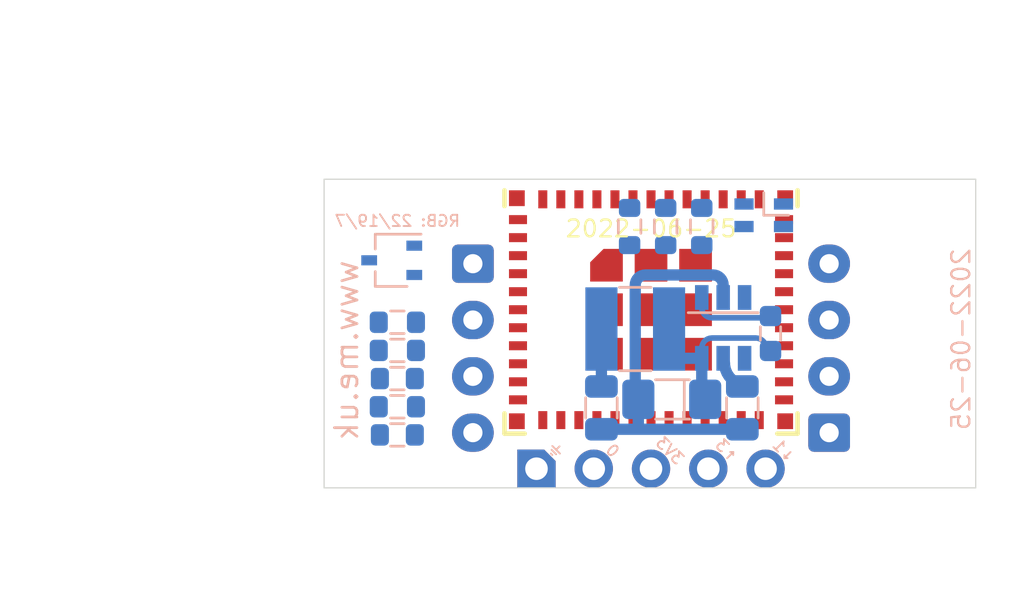
<source format=kicad_pcb>
(kicad_pcb (version 20211014) (generator pcbnew)
  (title_block (title "Generic ESP32-PICO-MINI Module") (date "${DATE}") (rev "1") (company "Adrian Kennard, Andrews & Arnold Ltd"))
  (layers (0 "F.Cu" signal) (31 "B.Cu" signal) (34 "B.Paste" user) (35 "F.Paste" user) (36 "B.SilkS" user "B.Silkscreen") (37 "F.SilkS" user "F.Silkscreen") (38 "B.Mask" user) (39 "F.Mask" user) (44 "Edge.Cuts" user))
  (property "DATE" "2022-06-25")
  (net 0 "")
  (net 1 "GND")
  (net 2 "TX")
  (net 3 "RX")
  (net 4 "Net-(D1-Pad2)")
  (net 11 "EN")
  (net 18 "DC")
  (net 20 "DATA")
  (net 21 "Net-(D1-Pad3)")
  (net 22 "Net-(D1-Pad4)")
  (net 25 "GPIO0")
  (net 29 "R")
  (net 30 "G")
  (net 31 "B")
  (net 33 "Net-(J1-Pad4)")
  (net 34 "NFCRX")
  (net 35 "+3V3")
  (net 36 "NFCTX")
  (net 37 "SEND")
  (net 38 "Net-(R5-Pad2)")
  (footprint "RevK:Hidden" (layer "F.Cu") (at 91.32 37.36)
    (fp_text reference "C4" hide)
    (fp_text value "2.2uF")
  )
  (footprint "RevK:Hidden" (layer "F.Cu") (at 74.9 55.4)
    (fp_text reference "C3" hide)
    (fp_text value "0.1uF")
  )
  (footprint "RevK:Hidden" (layer "F.Cu") (at 93.44 37.36)
    (fp_text reference "C5" hide)
    (fp_text value "10uF")
  )
  (footprint "RevK:ESP32-PICO-MINI-02" (layer "F.Cu") (at 100 44.19325)
    (fp_text reference "U1" hide)
    (fp_text value "ESP32-PICO-MINI-02")
    (fp_text user "${DATE}" (at 0 -3.6 unlocked) (layer "F.SilkS") (effects (font (size 0.75 0.75) (thickness 0.1))))
    (fp_line (start 6.5 -5.3) (end 6.5 -4.6) (layer "F.SilkS") (width 0.2))
    (fp_line (start 6.5 5.5) (end 5.6 5.5) (layer "F.SilkS") (width 0.2))
    (fp_line (start 6.5 4.6) (end 6.5 5.5) (layer "F.SilkS") (width 0.2))
    (fp_line (start -6.5 5.5) (end -5.6 5.5) (layer "F.SilkS") (width 0.2))
    (fp_line (start -6.5 4.6) (end -6.5 5.5) (layer "F.SilkS") (width 0.2))
    (fp_line (start -6.5 -5.3) (end -6.5 -4.6) (layer "F.SilkS") (width 0.2))
    (pad "1" smd rect (at -5.9 -4) (size 0.8 0.4) (layers "F.Cu" "F.Paste" "F.Mask") (net 1 "GND"))
    (pad "2" smd rect (at -5.9 -3.2) (size 0.8 0.4) (layers "F.Cu" "F.Paste" "F.Mask") (net 1 "GND"))
    (pad "3" smd rect (at -5.9 -2.4) (size 0.8 0.4) (layers "F.Cu" "F.Paste" "F.Mask") (net 35 "+3V3"))
    (pad "4" smd rect (at -5.9 -1.6) (size 0.8 0.4) (layers "F.Cu" "F.Paste" "F.Mask"))
    (pad "5" smd rect (at -5.9 -0.8) (size 0.8 0.4) (layers "F.Cu" "F.Paste" "F.Mask"))
    (pad "6" smd rect (at -5.9 0) (size 0.8 0.4) (layers "F.Cu" "F.Paste" "F.Mask"))
    (pad "7" smd rect (at -5.9 0.8) (size 0.8 0.4) (layers "F.Cu" "F.Paste" "F.Mask"))
    (pad "8" smd rect (at -5.9 1.6) (size 0.8 0.4) (layers "F.Cu" "F.Paste" "F.Mask") (net 11 "EN"))
    (pad "9" smd rect (at -5.9 2.4) (size 0.8 0.4) (layers "F.Cu" "F.Paste" "F.Mask"))
    (pad "10" smd rect (at -5.9 3.2) (size 0.8 0.4) (layers "F.Cu" "F.Paste" "F.Mask"))
    (pad "11" smd rect (at -5.9 4) (size 0.8 0.4) (layers "F.Cu" "F.Paste" "F.Mask") (net 1 "GND"))
    (pad "12" smd rect (at -4.8 4.9) (size 0.4 0.8) (layers "F.Cu" "F.Paste" "F.Mask"))
    (pad "13" smd rect (at -4 4.9) (size 0.4 0.8) (layers "F.Cu" "F.Paste" "F.Mask"))
    (pad "14" smd rect (at -3.2 4.9) (size 0.4 0.8) (layers "F.Cu" "F.Paste" "F.Mask") (net 1 "GND"))
    (pad "15" smd rect (at -2.4 4.9) (size 0.4 0.8) (layers "F.Cu" "F.Paste" "F.Mask"))
    (pad "16" smd rect (at -1.6 4.9) (size 0.4 0.8) (layers "F.Cu" "F.Paste" "F.Mask"))
    (pad "17" smd rect (at -0.8 4.9) (size 0.4 0.8) (layers "F.Cu" "F.Paste" "F.Mask"))
    (pad "18" smd rect (at 0 4.9) (size 0.4 0.8) (layers "F.Cu" "F.Paste" "F.Mask") (net 36 "NFCTX"))
    (pad "19" smd rect (at 0.8 4.9) (size 0.4 0.8) (layers "F.Cu" "F.Paste" "F.Mask"))
    (pad "20" smd rect (at 1.6 4.9) (size 0.4 0.8) (layers "F.Cu" "F.Paste" "F.Mask") (net 34 "NFCRX"))
    (pad "21" smd rect (at 2.4 4.9) (size 0.4 0.8) (layers "F.Cu" "F.Paste" "F.Mask") (net 20 "DATA"))
    (pad "22" smd rect (at 3.2 4.9) (size 0.4 0.8) (layers "F.Cu" "F.Paste" "F.Mask"))
    (pad "23" smd rect (at 4 4.9) (size 0.4 0.8) (layers "F.Cu" "F.Paste" "F.Mask") (net 25 "GPIO0"))
    (pad "24" smd rect (at 4.8 4.9) (size 0.4 0.8) (layers "F.Cu" "F.Paste" "F.Mask"))
    (pad "25" smd rect (at 5.9 4) (size 0.8 0.4) (layers "F.Cu" "F.Paste" "F.Mask"))
    (pad "26" smd rect (at 5.9 3.2) (size 0.8 0.4) (layers "F.Cu" "F.Paste" "F.Mask"))
    (pad "27" smd rect (at 5.9 2.4) (size 0.8 0.4) (layers "F.Cu" "F.Paste" "F.Mask") (net 31 "B"))
    (pad "28" smd rect (at 5.9 1.6) (size 0.8 0.4) (layers "F.Cu" "F.Paste" "F.Mask") (net 37 "SEND"))
    (pad "29" smd rect (at 5.9 0.8) (size 0.8 0.4) (layers "F.Cu" "F.Paste" "F.Mask"))
    (pad "30" smd rect (at 5.9 0) (size 0.8 0.4) (layers "F.Cu" "F.Paste" "F.Mask") (net 3 "RX"))
    (pad "31" smd rect (at 5.9 -0.8) (size 0.8 0.4) (layers "F.Cu" "F.Paste" "F.Mask") (net 2 "TX"))
    (pad "32" smd rect (at 5.9 -1.6) (size 0.8 0.4) (layers "F.Cu" "F.Paste" "F.Mask"))
    (pad "33" smd rect (at 5.9 -2.4) (size 0.8 0.4) (layers "F.Cu" "F.Paste" "F.Mask") (net 30 "G"))
    (pad "34" smd rect (at 5.9 -3.2) (size 0.8 0.4) (layers "F.Cu" "F.Paste" "F.Mask") (net 29 "R"))
    (pad "35" smd rect (at 5.9 -4) (size 0.8 0.4) (layers "F.Cu" "F.Paste" "F.Mask"))
    (pad "36" smd rect (at 4.8 -4.9) (size 0.4 0.8) (layers "F.Cu" "F.Paste" "F.Mask") (net 1 "GND"))
    (pad "37" smd rect (at 4 -4.9) (size 0.4 0.8) (layers "F.Cu" "F.Paste" "F.Mask") (net 1 "GND"))
    (pad "38" smd rect (at 3.2 -4.9) (size 0.4 0.8) (layers "F.Cu" "F.Paste" "F.Mask") (net 1 "GND"))
    (pad "39" smd rect (at 2.4 -4.9) (size 0.4 0.8) (layers "F.Cu" "F.Paste" "F.Mask") (net 1 "GND"))
    (pad "40" smd rect (at 1.6 -4.9) (size 0.4 0.8) (layers "F.Cu" "F.Paste" "F.Mask") (net 1 "GND"))
    (pad "41" smd rect (at 0.8 -4.9) (size 0.4 0.8) (layers "F.Cu" "F.Paste" "F.Mask") (net 1 "GND"))
    (pad "42" smd rect (at 0 -4.9) (size 0.4 0.8) (layers "F.Cu" "F.Paste" "F.Mask") (net 1 "GND"))
    (pad "43" smd rect (at -0.8 -4.9) (size 0.4 0.8) (layers "F.Cu" "F.Paste" "F.Mask") (net 1 "GND"))
    (pad "44" smd rect (at -1.6 -4.9) (size 0.4 0.8) (layers "F.Cu" "F.Paste" "F.Mask") (net 1 "GND"))
    (pad "45" smd rect (at -2.4 -4.9) (size 0.4 0.8) (layers "F.Cu" "F.Paste" "F.Mask") (net 1 "GND"))
    (pad "46" smd rect (at -3.2 -4.9) (size 0.4 0.8) (layers "F.Cu" "F.Paste" "F.Mask") (net 1 "GND"))
    (pad "47" smd rect (at -4 -4.9) (size 0.4 0.8) (layers "F.Cu" "F.Paste" "F.Mask") (net 1 "GND"))
    (pad "48" smd rect (at -4.8 -4.9) (size 0.4 0.8) (layers "F.Cu" "F.Paste" "F.Mask") (net 1 "GND"))
    (pad "49" smd rect (at 1.975 -1.975) (size 1.45 1.45) (layers "F.Cu" "F.Paste" "F.Mask") (net 1 "GND"))
    (pad "49" smd rect (at 0 0) (size 1.45 1.45) (layers "F.Cu" "F.Paste" "F.Mask") (net 1 "GND"))
    (pad "49" smd rect (at 0 1.975) (size 1.45 1.45) (layers "F.Cu" "F.Paste" "F.Mask") (net 1 "GND"))
    (pad "49" smd roundrect (at -1.975 -1.975) (size 1.45 1.45) (layers "F.Cu" "F.Paste" "F.Mask") (roundrect_rratio 0) (chamfer_ratio 0.41) (chamfer top_left) (net 1 "GND"))
    (pad "49" smd rect (at 1.975 0) (size 1.45 1.45) (layers "F.Cu" "F.Paste" "F.Mask") (net 1 "GND"))
    (pad "49" smd rect (at 1.975 1.975) (size 1.45 1.45) (layers "F.Cu" "F.Paste" "F.Mask") (net 1 "GND"))
    (pad "49" smd rect (at -1.975 1.975) (size 1.45 1.45) (layers "F.Cu" "F.Paste" "F.Mask") (net 1 "GND"))
    (pad "49" smd rect (at -1.975 0) (size 1.45 1.45) (layers "F.Cu" "F.Paste" "F.Mask") (net 1 "GND"))
    (pad "49" smd rect (at 0 -1.975) (size 1.45 1.45) (layers "F.Cu" "F.Paste" "F.Mask") (net 1 "GND"))
    (pad "50" smd rect (at 5.95 -4.95) (size 0.7 0.7) (layers "F.Cu" "F.Paste" "F.Mask") (net 1 "GND"))
    (pad "51" smd rect (at 5.95 4.95) (size 0.7 0.7) (layers "F.Cu" "F.Paste" "F.Mask") (net 1 "GND"))
    (pad "52" smd rect (at -5.95 4.95) (size 0.7 0.7) (layers "F.Cu" "F.Paste" "F.Mask") (net 1 "GND"))
    (pad "53" smd rect (at -5.95 -4.95) (size 0.7 0.7) (layers "F.Cu" "F.Paste" "F.Mask") (net 1 "GND"))
  )
  (footprint "RevK:Hidden" (layer "F.Cu") (at 81.2 50.13)
    (fp_text reference "L1" hide)
    (fp_text value "6.8uH")
  )
  (footprint "RevK:Molex_MiniSPOX_H4RA" (layer "F.Cu") (at 92.1 45.9 -90)
    (fp_text reference "J1" hide)
    (fp_text value "Conn_01x04")
    (pad "1" thru_hole roundrect (at -3.75 0 270) (size 1.7 1.85) (drill 0.85) (layers *.Cu *.Mask) (roundrect_rratio 0.147059) (net 1 "GND"))
    (pad "2" thru_hole oval (at -1.25 0 270) (size 1.7 1.85) (drill 0.85) (layers *.Cu *.Mask) (net 18 "DC"))
    (pad "3" thru_hole oval (at 1.25 0 270) (size 1.7 1.85) (drill 0.85) (layers *.Cu *.Mask) (net 20 "DATA"))
    (pad "4" thru_hole oval (at 3.75 0 270) (size 1.7 1.85) (drill 0.85) (layers *.Cu *.Mask) (net 33 "Net-(J1-Pad4)"))
  )
  (footprint "RevK:Hidden" (layer "F.Cu") (at 72.78 55.4)
    (fp_text reference "D2" hide)
    (fp_text value "Schottky")
  )
  (footprint "RevK:Molex_MiniSPOX_H4RA" (layer "F.Cu") (at 107.9 45.9 90)
    (fp_text reference "J2" hide)
    (fp_text value "Conn_01x04")
    (pad "1" thru_hole roundrect (at -3.75 0 90) (size 1.7 1.85) (drill 0.85) (layers *.Cu *.Mask) (roundrect_rratio 0.147059) (net 1 "GND"))
    (pad "2" thru_hole oval (at -1.25 0 90) (size 1.7 1.85) (drill 0.85) (layers *.Cu *.Mask) (net 35 "+3V3"))
    (pad "3" thru_hole oval (at 1.25 0 90) (size 1.7 1.85) (drill 0.85) (layers *.Cu *.Mask) (net 34 "NFCRX"))
    (pad "4" thru_hole oval (at 3.75 0 90) (size 1.7 1.85) (drill 0.85) (layers *.Cu *.Mask) (net 36 "NFCTX"))
  )
  (footprint "RevK:Shelly" (layer "B.Cu") (at 100 51.25 180)
    (fp_text reference "J3" hide)
    (fp_text value "Shelly" hide)
    (fp_text user "3V3" (at -0.83 0.8 315 unlocked) (layer "B.SilkS") (effects (font (size 0.5 0.5) (thickness 0.08)) (justify mirror)))
    (fp_text user "0" (at 1.71 0.8 315 unlocked) (layer "B.SilkS") (effects (font (size 0.5 0.5) (thickness 0.08)) (justify mirror)))
    (fp_text user "↑3" (at -3.37 0.8 315 unlocked) (layer "B.SilkS") (effects (font (size 0.5 0.5) (thickness 0.08)) (justify mirror)))
    (fp_text user "⏚" (at 4.25 0.8 315 unlocked) (layer "B.SilkS") (effects (font (size 0.5 0.5) (thickness 0.08)) (justify mirror)))
    (fp_text user "↓1" (at -5.91 0.8 315 unlocked) (layer "B.SilkS") (effects (font (size 0.5 0.5) (thickness 0.08)) (justify mirror)))
    (pad "1" thru_hole roundrect (at 5.08 0 180) (size 1.7 1.7) (drill 1) (layers *.Cu *.Mask) (roundrect_rratio 0) (chamfer_ratio 0.3) (chamfer bottom_left) (net 1 "GND"))
    (pad "2" thru_hole oval (at 2.54 0 270) (size 1.7 1.7) (drill 1) (layers *.Cu *.Mask) (net 25 "GPIO0"))
    (pad "3" thru_hole oval (at 0 0 270) (size 1.7 1.7) (drill 1) (layers *.Cu *.Mask) (net 35 "+3V3"))
    (pad "4" thru_hole oval (at -2.54 0 270) (size 1.7 1.7) (drill 1) (layers *.Cu *.Mask) (net 3 "RX"))
    (pad "5" thru_hole oval (at -5.08 0 270) (size 1.7 1.7) (drill 1) (layers *.Cu *.Mask) (net 2 "TX"))
  )
  (footprint "RevK:R_0603" (layer "B.Cu") (at 102.25 40.5 -90)
    (fp_text reference "R2" hide)
    (fp_text value "2K")
    (fp_line (start -0.3 0.5) (end 0.3 0.5) (layer "B.SilkS") (width 0.12))
    (fp_line (start -0.3 -0.5) (end 0.3 -0.5) (layer "B.SilkS") (width 0.12))
    (pad "1" smd roundrect (at -0.825 0 270) (size 0.8 0.95) (layers "B.Cu" "B.Paste" "B.Mask") (net 21 "Net-(D1-Pad3)"))
    (pad "2" smd roundrect (at 0.825 0 270) (size 0.8 0.95) (layers "B.Cu" "B.Paste" "B.Mask") (net 30 "G"))
  )
  (footprint "RevK:C_0603" (layer "B.Cu") (at 88.75 47.25 180)
    (fp_text reference "C1" hide)
    (fp_text value "10nF")
    (fp_line (start -0.3 -0.5) (end 0.3 -0.5) (layer "B.SilkS") (width 0.12))
    (fp_line (start -0.3 0.5) (end 0.3 0.5) (layer "B.SilkS") (width 0.12))
    (pad "1" smd roundrect (at -0.775 0 180) (size 0.8 0.95) (layers "B.Cu" "B.Paste" "B.Mask") (net 1 "GND"))
    (pad "2" smd roundrect (at 0.775 0 180) (size 0.8 0.95) (layers "B.Cu" "B.Paste" "B.Mask") (net 11 "EN"))
  )
  (footprint "RevK:R_0603" (layer "B.Cu") (at 88.75 44.75 180)
    (fp_text reference "R6" hide)
    (fp_text value "30k 1% or NF")
    (fp_line (start -0.3 -0.5) (end 0.3 -0.5) (layer "B.SilkS") (width 0.12))
    (fp_line (start -0.3 0.5) (end 0.3 0.5) (layer "B.SilkS") (width 0.12))
    (pad "1" smd roundrect (at -0.825 0 180) (size 0.8 0.95) (layers "B.Cu" "B.Paste" "B.Mask") (net 1 "GND"))
    (pad "2" smd roundrect (at 0.825 0 180) (size 0.8 0.95) (layers "B.Cu" "B.Paste" "B.Mask") (net 38 "Net-(R5-Pad2)"))
  )
  (footprint "RevK:R_0603" (layer "B.Cu") (at 88.75 46 180)
    (fp_text reference "R5" hide)
    (fp_text value "100k 1% or 0R")
    (fp_line (start -0.3 -0.5) (end 0.3 -0.5) (layer "B.SilkS") (width 0.12))
    (fp_line (start -0.3 0.5) (end 0.3 0.5) (layer "B.SilkS") (width 0.12))
    (pad "1" smd roundrect (at -0.825 0 180) (size 0.8 0.95) (layers "B.Cu" "B.Paste" "B.Mask") (net 35 "+3V3"))
    (pad "2" smd roundrect (at 0.825 0 180) (size 0.8 0.95) (layers "B.Cu" "B.Paste" "B.Mask") (net 38 "Net-(R5-Pad2)"))
  )
  (footprint "RevK:RegulatorBlockFB" (layer "B.Cu") (at 103.2 45 180)
    (fp_text reference "U2" hide)
    (fp_text value "LMR16006+FB")
    (fp_line (start 3.2 -1.9) (end 4.6 -1.9) (layer "B.SilkS") (width 0.12))
    (fp_line (start 1.5 -2.3) (end 3 -2.3) (layer "B.SilkS") (width 0.12))
    (fp_line (start 3.2 1.8) (end 4.6 1.8) (layer "B.SilkS") (width 0.12))
    (fp_line (start 4.7 -3.1) (end 4.7 -4) (layer "B.SilkS") (width 0.12))
    (fp_line (start 1.725 -2.375) (end 1.725 -3.975) (layer "B.SilkS") (width 0.12))
    (fp_line (start -2.55 0.05) (end -2.55 -0.55) (layer "B.SilkS") (width 0.12))
    (fp_line (start 1.5 -4.05) (end 3 -4.05) (layer "B.SilkS") (width 0.12))
    (fp_line (start -1.65 0.05) (end -1.65 -0.55) (layer "B.SilkS") (width 0.12))
    (fp_line (start 6.1 -3.1) (end 6.1 -4) (layer "B.SilkS") (width 0.12))
    (fp_line (start -1.55 0.675) (end 1.55 0.675) (layer "B.SilkS") (width 0.12))
    (fp_line (start -0.15 -3.1) (end -0.15 -4) (layer "B.SilkS") (width 0.12))
    (fp_line (start -1.55 -3.1) (end -1.55 -4) (layer "B.SilkS") (width 0.12))
    (pad "" smd rect (at 0.95 -1.35 90) (size 1.1 0.6) (layers "B.Cu" "B.Paste" "B.Mask") (clearance 0.2))
    (pad "" smd rect (at 1.9 -1.35 180) (size 2 0.5) (layers "B.Cu") (clearance 0.2))
    (pad "" smd rect (at 0.95 1.35 90) (size 1.1 0.6) (layers "B.Cu" "B.Paste" "B.Mask") (clearance 0.2))
    (pad "" smd rect (at 0.95 -2.3 90) (size 2 0.5) (layers "B.Cu") (clearance 0.2))
    (pad "" smd custom (at -0.8 0.45 180) (size 2.6 0.25) (layers "B.Cu") (clearance 0.2) (options (clearance outline) (anchor rect)) (primitives (gr_arc (start 1.3 0) (mid 1.618198 0.131802) (end 1.75 0.45) (width 0.25))))
    (pad "" smd rect (at 2.4 -0.05 90) (size 3.7 1.425) (layers "B.Cu" "B.Mask") (clearance 0.2))
    (pad "" smd roundrect (at 0.7975 -3.17 180) (size 1.425 1.75) (layers "B.Cu" "B.Paste" "B.Mask") (roundrect_rratio 0.175) (clearance 0.2))
    (pad "" smd roundrect (at -2.1 -1.025 90) (size 0.9 0.95) (layers "B.Cu" "B.Paste" "B.Mask") (clearance 0.2))
    (pad "" smd roundrect (at -2.1 0.525 90) (size 0.9 0.95) (layers "B.Cu" "B.Paste" "B.Mask") (clearance 0.2))
    (pad "" smd custom (at -0.475 -0.45 180) (size 1.95 0.25) (layers "B.Cu") (clearance 0.2) (options (clearance outline) (anchor rect)) (primitives (gr_arc (start 1.425 -0.45) (mid 1.293198 -0.131802) (end 0.975 0) (width 0.25)) (gr_arc (start -0.975 0) (mid -1.293198 -0.131802) (end -1.425 -0.45) (width 0.25))))
    (pad "1" smd rect (at -0.95 -1.35 90) (size 1.1 0.6) (layers "B.Cu" "B.Paste" "B.Mask") (net 18 "DC") (clearance 0.2))
    (pad "2" smd rect (at 0 -1.35 90) (size 1.1 0.6) (layers "B.Cu" "B.Paste" "B.Mask") (net 18 "DC") (clearance 0.2))
    (pad "2" smd custom (at -1.06 -2.55 180) (size 0.1 0.1) (layers "B.Cu") (net 18 "DC") (options (clearance outline) (anchor rect)) (primitives (gr_arc (start 0.001745 0.000002) (mid 0.707723 0.293511) (end 1 1) (width 0.5))))
    (pad "2" smd roundrect (at -0.85 -2.6 270) (size 1 1.45) (layers "B.Cu" "B.Paste" "B.Mask") (net 18 "DC") (clearance 0.2))
    (pad "3" smd custom (at -1.1 -4.5 180) (size 0.1 0.1) (layers "B.Cu") (net 1 "GND") (clearance 0.2) (options (clearance outline) (anchor rect)) (primitives (gr_line (start 6.6 0) (end 0 0) (width 0.4999)) (gr_line (start 4.8625 1.6) (end 4.8625 0) (width 0.4999)) (gr_line (start 5 6.4) (end 5 1.6) (width 0.4999)) (gr_arc (start 5 6.4) (mid 4.868198 6.718198) (end 4.55 6.85) (width 0.4999)) (gr_line (start 1.55 6.85) (end 4.55 6.85) (width 0.4999)) (gr_arc (start 1.55 6.85) (mid 1.231802 6.718198) (end 1.1 6.4) (width 0.4999)) (gr_line (start 1.1 5.9) (end 1.1 6.4) (width 0.4999))))
    (pad "3" smd rect (at 0 1.35 90) (size 1.1 0.6) (layers "B.Cu" "B.Paste" "B.Mask") (net 1 "GND") (clearance 0.2))
    (pad "3" smd roundrect (at -0.85 -4.5 270) (size 1 1.45) (layers "B.Cu" "B.Paste" "B.Mask") (net 1 "GND"))
    (pad "3" smd roundrect (at 5.4 -4.5 270) (size 1 1.45) (layers "B.Cu" "B.Paste" "B.Mask") (net 1 "GND"))
    (pad "3" smd roundrect (at 3.7625 -3.17 180) (size 1.425 1.75) (layers "B.Cu" "B.Paste" "B.Mask") (roundrect_rratio 0.175) (net 1 "GND") (clearance 0.2))
    (pad "4" smd roundrect (at 5.4 -2.6 270) (size 1 1.45) (layers "B.Cu" "B.Paste" "B.Mask") (net 35 "+3V3") (clearance 0.2))
    (pad "4" smd rect (at 5.4 -0.8 180) (size 0.5 4) (layers "B.Cu") (net 35 "+3V3"))
    (pad "4" smd rect (at 5.4 -0.05 90) (size 3.7 1.425) (layers "B.Cu" "B.Mask") (net 35 "+3V3"))
    (pad "5" smd rect (at -0.95 1.35 90) (size 1.1 0.6) (layers "B.Cu" "B.Paste" "B.Mask") (net 38 "Net-(R5-Pad2)") (clearance 0.2))
  )
  (footprint "RevK:R_0603" (layer "B.Cu") (at 99.05 40.5 -90)
    (fp_text reference "R1" hide)
    (fp_text value "680R")
    (fp_line (start -0.3 0.5) (end 0.3 0.5) (layer "B.SilkS") (width 0.12))
    (fp_line (start -0.3 -0.5) (end 0.3 -0.5) (layer "B.SilkS") (width 0.12))
    (pad "1" smd roundrect (at -0.825 0 270) (size 0.8 0.95) (layers "B.Cu" "B.Paste" "B.Mask") (net 4 "Net-(D1-Pad2)"))
    (pad "2" smd roundrect (at 0.825 0 270) (size 0.8 0.95) (layers "B.Cu" "B.Paste" "B.Mask") (net 29 "R"))
  )
  (footprint "RevK:R_0603" (layer "B.Cu") (at 100.65 40.5 -90)
    (fp_text reference "R3" hide)
    (fp_text value "220R")
    (fp_line (start -0.3 -0.5) (end 0.3 -0.5) (layer "B.SilkS") (width 0.12))
    (fp_line (start -0.3 0.5) (end 0.3 0.5) (layer "B.SilkS") (width 0.12))
    (pad "1" smd roundrect (at -0.825 0 270) (size 0.8 0.95) (layers "B.Cu" "B.Paste" "B.Mask") (net 22 "Net-(D1-Pad4)"))
    (pad "2" smd roundrect (at 0.825 0 270) (size 0.8 0.95) (layers "B.Cu" "B.Paste" "B.Mask") (net 31 "B"))
  )
  (footprint "RevK:R_0603" (layer "B.Cu") (at 88.75 48.5 180)
    (fp_text reference "R4" hide)
    (fp_text value "10K")
    (fp_line (start -0.3 -0.5) (end 0.3 -0.5) (layer "B.SilkS") (width 0.12))
    (fp_line (start -0.3 0.5) (end 0.3 0.5) (layer "B.SilkS") (width 0.12))
    (pad "1" smd roundrect (at -0.825 0 180) (size 0.8 0.95) (layers "B.Cu" "B.Paste" "B.Mask") (net 35 "+3V3"))
    (pad "2" smd roundrect (at 0.825 0 180) (size 0.8 0.95) (layers "B.Cu" "B.Paste" "B.Mask") (net 11 "EN"))
  )
  (footprint "RevK:LED-RGB-1.6x1.6" (layer "B.Cu") (at 105 40)
    (fp_text reference "D1" hide)
    (fp_text value "RGB")
    (fp_line (start 1.1 0) (end 0 0) (layer "B.SilkS") (width 0.12))
    (fp_line (start 0 0) (end 0 -1) (layer "B.SilkS") (width 0.12))
    (pad "1" smd rect (at 0.875 -0.5) (size 0.85 0.5) (layers "B.Cu" "B.Paste" "B.Mask") (net 35 "+3V3"))
    (pad "2" smd rect (at -0.875 -0.5) (size 0.85 0.5) (layers "B.Cu" "B.Paste" "B.Mask") (net 4 "Net-(D1-Pad2)"))
    (pad "3" smd rect (at -0.875 0.5) (size 0.85 0.5) (layers "B.Cu" "B.Paste" "B.Mask") (net 21 "Net-(D1-Pad3)"))
    (pad "4" smd rect (at 0.875 0.5) (size 0.85 0.5) (layers "B.Cu" "B.Paste" "B.Mask") (net 22 "Net-(D1-Pad4)"))
  )
  (footprint "RevK:C_0603" (layer "B.Cu") (at 88.75 49.75 180)
    (fp_text reference "C2" hide)
    (fp_text value "100nF")
    (fp_line (start -0.3 0.5) (end 0.3 0.5) (layer "B.SilkS") (width 0.12))
    (fp_line (start -0.3 -0.5) (end 0.3 -0.5) (layer "B.SilkS") (width 0.12))
    (pad "1" smd roundrect (at -0.775 0 180) (size 0.8 0.95) (layers "B.Cu" "B.Paste" "B.Mask") (net 35 "+3V3"))
    (pad "2" smd roundrect (at 0.775 0 180) (size 0.8 0.95) (layers "B.Cu" "B.Paste" "B.Mask") (net 1 "GND"))
  )
  (footprint "Package_TO_SOT_SMD:SOT-323_SC-70" (layer "B.Cu") (at 88.5 42 180)
    (fp_text reference "Q1" hide)
    (fp_text value "PMF250XNEX")
    (fp_line (start 0.73 1.16) (end -1.3 1.16) (layer "B.SilkS") (width 0.12))
    (fp_line (start 0.73 -0.5) (end 0.73 -1.16) (layer "B.SilkS") (width 0.12))
    (fp_line (start -0.68 -1.16) (end 0.73 -1.16) (layer "B.SilkS") (width 0.12))
    (fp_line (start 0.73 1.16) (end 0.73 0.5) (layer "B.SilkS") (width 0.12))
    (pad "1" smd rect (at -1 0.65 270) (size 0.45 0.7) (layers "B.Cu" "B.Paste" "B.Mask") (net 33 "Net-(J1-Pad4)"))
    (pad "2" smd rect (at -1 -0.65 270) (size 0.45 0.7) (layers "B.Cu" "B.Paste" "B.Mask") (net 1 "GND"))
    (pad "3" smd rect (at 1 0 270) (size 0.45 0.7) (layers "B.Cu" "B.Paste" "B.Mask") (net 37 "SEND"))
  )
  (gr_line (start 114.4 38.4) (end 85.5 38.4) (layer "Edge.Cuts") (width 0.05))
  (gr_line (start 85.5 38.4) (end 85.5 52.1) (layer "Edge.Cuts") (width 0.05))
  (gr_line (start 114.4 52.1) (end 114.4 38.4) (layer "Edge.Cuts") (width 0.05))
  (gr_line (start 85.5 52.1) (end 114.4 52.1) (layer "Edge.Cuts") (width 0.05))
  (gr_text "${DATE}" (at 113.75 45.5 90) (layer "B.SilkS") (effects (font (size 0.8 0.8) (thickness 0.1)) (justify mirror)))
  (gr_text "www.me.uk" (at 86.5 46 90) (layer "B.SilkS") (effects (font (size 1 1) (thickness 0.12)) (justify mirror)))
  (gr_text "RGB: 22/19/7" (at 88.75 40.25) (layer "B.SilkS") (effects (font (size 0.5 0.5) (thickness 0.08)) (justify mirror)))
)
</source>
